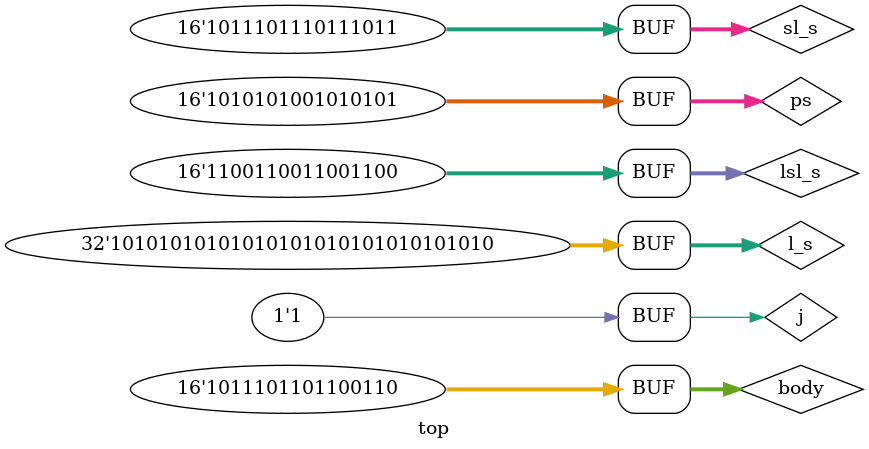
<source format=sv>
package p;

typedef struct packed {
    byte a;
    byte b;
} p_t;

typedef logic [31:0] l_t;

endpackage

module foo1(
	input p::p_t p,
	output p::p_t o
);
    assign o = p;
endmodule

module foo2(p, o);
    input p::p_t p;
    output p::p_t o;
    assign o = p;
endmodule

module foo3(input p::l_t p, input p::l_t o);
    assign o = p;
endmodule

module foo4(input logic [15:0] p, input logic [15:0] o);
    assign o = p;
endmodule

module test_parser(a,b,c,d,e,f,g,h,i);
input [7:0] a; // no explicit net declaration - net is unsigned
input [7:0] b;
input signed [7:0] c;
input signed [7:0] d; // no explicit net declaration - net is signed
output [7:0] e; // no explicit net declaration - net is unsigned
output [7:0] f;
output signed [7:0] g;
output signed [7:0] h; // no explicit net declaration - net is signed
output unsigned [7:0] i;
wire signed [7:0] b; // port b inherits signed attribute from net decl.
wire [7:0] c; // net c inherits signed attribute from port
logic signed [7:0] f;// port f inherits signed attribute from logic decl.
logic [7:0] g; // logic g inherits signed attribute from port

    assign a = 8'b10001111;
    assign b = 8'b10001111;
    assign c = 8'b10001111;
    assign d = 8'b10001111;
    assign e = 8'b10001111;
    assign f = 8'b10001111;
    assign g = 8'b10001111;
    assign h = 8'b10001111;
    assign i = 8'b10001111;
    always_comb begin
        assert($unsigned(143) == a);
        assert($signed(-113) == b);
        assert($signed(-113) == c);
        assert($signed(-113) == d);
        assert($unsigned(143) == e);
        assert($unsigned(143) == f);
        assert($signed(-113) == g);
        assert($signed(-113) == h);
        assert($unsigned(143) == i);
    end
endmodule

module top;
    p::p_t ps;
    assign ps.a = 8'hAA;
    assign ps.b = 8'h55;
    foo1 foo(.p(ps));

    p::p_t body;
    assign body.a = 8'hBB;
    assign body.b = 8'h66;
    foo2 foo_b(.p(body));

    typedef p::l_t local_alias;

    local_alias l_s;
    assign l_s = 32'hAAAAAAAA;
    foo3 foo_l(.p(l_s));

    typedef logic [15:0] sl_t;

    sl_t sl_s;
    assign sl_s = 16'hBBBB;
    foo4 foo_sl(.p(sl_s));

    typedef sl_t local_alias_st;

    local_alias_st lsl_s;
    assign lsl_s = 16'hCCCC;
    foo4 foo_lsl(.p(lsl_s));

    const logic j = 1'b1;

    always_comb begin
        assert(8'hAA == ps.a);
        assert(8'h55 == ps.b);
        assert(8'hBB == body.a);
        assert(8'h66 == body.b);
        assert(32'hAAAAAAAA == l_s);
        assert(16'hBBBB == sl_s);
        assert(16'hCCCC == lsl_s);
        assert(1'b1 == j);
    end
endmodule

</source>
